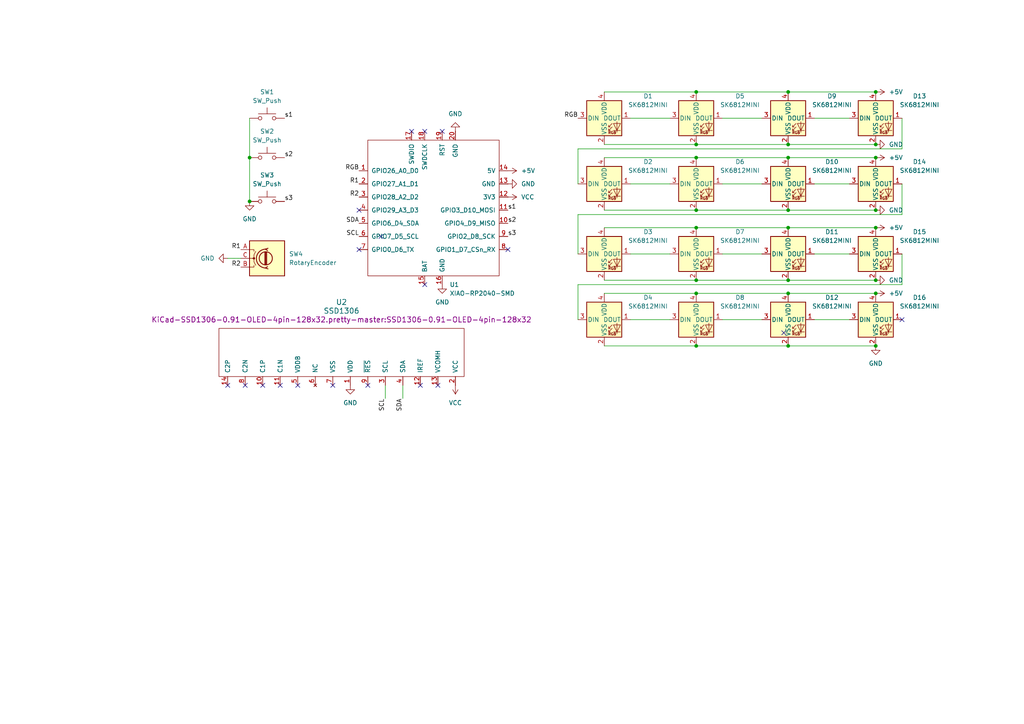
<source format=kicad_sch>
(kicad_sch (version 20250114) (generator "eeschema") (generator_version "9.0")
  (paper "A4")
  (lib_symbols
    (symbol "Device:RotaryEncoder" (pin_names (offset 0.254) (hide yes))
      (property "Reference" "SW" (at 0 6.604 0))
      (property "Value" "RotaryEncoder" (at 0 -6.604 0))
      (symbol "RotaryEncoder_0_1"
        (rectangle (start -5.08 5.08) (end 5.08 -5.08) (stroke (width 0.254)) (fill (type background)))
        (polyline (pts (xy -5.08 2.54) (xy -3.81 2.54) (xy -3.81 2.032)))
        (polyline (pts (xy -5.08 0) (xy -3.81 0) (xy -3.81 -1.016) (xy -3.302 -2.032)))
        (polyline (pts (xy -5.08 -2.54) (xy -3.81 -2.54) (xy -3.81 -2.032)))
        (polyline (pts (xy -4.318 0) (xy -3.81 0) (xy -3.81 1.016) (xy -3.302 2.032)))
        (circle (center -3.81 0) (radius 0.254) (fill (type outline)))
        (polyline (pts (xy -0.635 -1.778) (xy -0.635 1.778)) (stroke (width 0.254)))
        (circle (center -0.381 0) (radius 1.905) (stroke (width 0.254)))
        (polyline (pts (xy -0.381 -1.778) (xy -0.381 1.778)) (stroke (width 0.254)))
        (arc (start -0.381 -2.794) (mid -3.0988 -0.0635) (end -0.381 2.667) (stroke (width 0.254)))
        (polyline (pts (xy -0.127 1.778) (xy -0.127 -1.778)) (stroke (width 0.254)))
        (polyline (pts (xy 0.254 2.921) (xy -0.508 2.667) (xy 0.127 2.286)) (stroke (width 0.254)))
        (polyline (pts (xy 0.254 -3.048) (xy -0.508 -2.794) (xy 0.127 -2.413)) (stroke (width 0.254)))
      )
      (symbol "RotaryEncoder_1_1"
        (pin passive line (at -7.62 2.54 0) (length 2.54) (name "A") (number "A"))
        (pin passive line (at -7.62 0 0) (length 2.54) (name "C") (number "C"))
        (pin passive line (at -7.62 -2.54 0) (length 2.54) (name "B") (number "B"))
      )
    )
    (symbol "LED:SK6812MINI" (pin_names (offset 0.254))
      (property "Reference" "D" (at 5.08 5.715 0))
      (property "Value" "SK6812MINI" (at 1.27 -5.715 0))
      (symbol "SK6812MINI_0_0"
        (text "RGB" (at 2.286 -4.191 0) (effects (font (size 0.762 0.762))))
      )
      (symbol "SK6812MINI_0_1"
        (polyline (pts (xy 1.27 -2.54) (xy 1.778 -2.54)))
        (polyline (pts (xy 1.27 -3.556) (xy 1.778 -3.556)))
        (polyline (pts (xy 2.286 -1.524) (xy 1.27 -2.54) (xy 1.27 -2.032)))
        (polyline (pts (xy 2.286 -2.54) (xy 1.27 -3.556) (xy 1.27 -3.048)))
        (polyline (pts (xy 3.683 -1.016) (xy 3.683 -3.556) (xy 3.683 -4.064)))
        (polyline (pts (xy 4.699 -1.524) (xy 2.667 -1.524) (xy 3.683 -3.556) (xy 4.699 -1.524)))
        (polyline (pts (xy 4.699 -3.556) (xy 2.667 -3.556)))
        (rectangle (start 5.08 5.08) (end -5.08 -5.08) (stroke (width 0.254)) (fill (type background)))
      )
      (symbol "SK6812MINI_1_1"
        (pin input line (at -7.62 0 0) (length 2.54) (name "DIN") (number "3"))
        (pin power_in line (at 0 7.62 270) (length 2.54) (name "VDD") (number "4"))
        (pin power_in line (at 0 -7.62 90) (length 2.54) (name "VSS") (number "2"))
        (pin output line (at 7.62 0 180) (length 2.54) (name "DOUT") (number "1"))
      )
    )
    (symbol "OPL Lib:XIAO-RP2040-SMD" (pin_names (offset 1.016))
      (property "Reference" "U" (at -18.542 23.114 0))
      (property "Value" "XIAO-RP2040-SMD" (at -8.382 21.336 0))
      (symbol "XIAO-RP2040-SMD_0_1"
        (rectangle (start 19.05 -19.05) (end -19.05 20.32))
      )
      (symbol "XIAO-RP2040-SMD_1_1"
        (pin passive line (at -21.59 11.43 0) (length 2.54) (name "GPIO26_A0_D0") (number "1"))
        (pin passive line (at -21.59 7.62 0) (length 2.54) (name "GPIO27_A1_D1") (number "2"))
        (pin passive line (at -21.59 3.81 0) (length 2.54) (name "GPIO28_A2_D2") (number "3"))
        (pin passive line (at -21.59 0 0) (length 2.54) (name "GPIO29_A3_D3") (number "4"))
        (pin passive line (at -21.59 -3.81 0) (length 2.54) (name "GPIO6_D4_SDA") (number "5"))
        (pin passive line (at -21.59 -7.62 0) (length 2.54) (name "GPIO7_D5_SCL") (number "6"))
        (pin passive line (at -21.59 -11.43 0) (length 2.54) (name "GPIO0_D6_TX") (number "7"))
        (pin passive line (at -6.35 22.86 270) (length 2.54) (name "SWDIO") (number "17"))
        (pin passive line (at -2.54 22.86 270) (length 2.54) (name "SWDCLK") (number "18"))
        (pin passive line (at -2.54 -21.59 90) (length 2.54) (name "BAT") (number "15"))
        (pin passive line (at 2.54 22.86 270) (length 2.54) (name "RST") (number "19"))
        (pin passive line (at 2.54 -21.59 90) (length 2.54) (name "GND") (number "16"))
        (pin passive line (at 6.35 22.86 270) (length 2.54) (name "GND") (number "20"))
        (pin passive line (at 21.59 11.43 180) (length 2.54) (name "5V") (number "14"))
        (pin passive line (at 21.59 7.62 180) (length 2.54) (name "GND") (number "13"))
        (pin passive line (at 21.59 3.81 180) (length 2.54) (name "3V3") (number "12"))
        (pin passive line (at 21.59 0 180) (length 2.54) (name "GPIO3_D10_MOSI") (number "11"))
        (pin passive line (at 21.59 -3.81 180) (length 2.54) (name "GPIO4_D9_MISO") (number "10"))
        (pin passive line (at 21.59 -7.62 180) (length 2.54) (name "GPIO2_D8_SCK") (number "9"))
        (pin passive line (at 21.59 -11.43 180) (length 2.54) (name "GPIO1_D7_CSn_RX") (number "8"))
      )
    )
    (symbol "SSD1306_OLED-0.91-128x32:SSD1306" (pin_names (offset 1.016))
      (property "Reference" "U3" (at 0 24.13 0))
      (property "Value" "SSD1306" (at 0 21.59 0))
      (property "Footprint" "KiCad-SSD1306-0.91-OLED-4pin-128x32.pretty-master:SSD1306-0.91-OLED-4pin-128x32" (at 0 19.05 0))
      (symbol "SSD1306_0_1"
        (rectangle (start -35.56 16.51) (end 35.56 2.54))
      )
      (symbol "SSD1306_1_1"
        (pin input line (at -33.02 0 90) (length 2.54) (name "C2P") (number "14"))
        (pin input line (at -27.94 0 90) (length 2.54) (name "C2N") (number "8"))
        (pin input line (at -22.86 0 90) (length 2.54) (name "C1P") (number "10"))
        (pin input line (at -17.78 0 90) (length 2.54) (name "C1N") (number "11"))
        (pin input line (at -12.7 0 90) (length 2.54) (name "VDDB") (number "5"))
        (pin no_connect line (at -7.62 0 90) (length 2.54) (name "NC") (number "6"))
        (pin output line (at -2.54 0 90) (length 2.54) (name "VSS") (number "7"))
        (pin input line (at 2.54 0 90) (length 2.54) (name "VDD") (number "1"))
        (pin input line (at 7.62 0 90) (length 2.54) (name "~{RES}") (number "9"))
        (pin input line (at 12.7 0 90) (length 2.54) (name "SCL") (number "3"))
        (pin input line (at 17.78 0 90) (length 2.54) (name "SDA") (number "4"))
        (pin input line (at 22.86 0 90) (length 2.54) (name "IREF") (number "12"))
        (pin input line (at 27.94 0 90) (length 2.54) (name "VCOMH") (number "13"))
        (pin input line (at 33.02 0 90) (length 2.54) (name "VCC") (number "2"))
      )
    )
    (symbol "Switch:SW_Push" (pin_numbers (hide yes)) (pin_names (offset 1.016) (hide yes))
      (property "Reference" "SW" (at 1.27 2.54 0))
      (property "Value" "SW_Push" (at 0 -1.524 0))
      (symbol "SW_Push_0_1"
        (circle (center -2.032 0) (radius 0.508))
        (polyline (pts (xy 0 1.27) (xy 0 3.048)))
        (circle (center 2.032 0) (radius 0.508))
        (polyline (pts (xy 2.54 1.27) (xy -2.54 1.27)))
        (pin passive line (at -5.08 0 0) (length 2.54) (name "1") (number "1"))
        (pin passive line (at 5.08 0 180) (length 2.54) (name "2") (number "2"))
      )
    )
    (symbol "power:+5V" (power) (pin_numbers (hide yes)) (pin_names (offset 0) (hide yes))
      (property "Value" "+5V" (at 0 3.556 0))
      (symbol "+5V_0_1"
        (polyline (pts (xy -0.762 1.27) (xy 0 2.54)))
        (polyline (pts (xy 0 2.54) (xy 0.762 1.27)))
        (polyline (pts (xy 0 0) (xy 0 2.54)))
      )
      (symbol "+5V_1_1"
        (pin power_in line (at 0 0 90) (length 0) (name "~") (number "1"))
      )
    )
    (symbol "power:GND" (power) (pin_numbers (hide yes)) (pin_names (offset 0) (hide yes))
      (property "Value" "GND" (at 0 -3.81 0))
      (symbol "GND_0_1"
        (polyline (pts (xy 0 0) (xy 0 -1.27) (xy 1.27 -1.27) (xy 0 -2.54) (xy -1.27 -1.27) (xy 0 -1.27)))
      )
      (symbol "GND_1_1"
        (pin power_in line (at 0 0 270) (length 0) (name "~") (number "1"))
      )
    )
    (symbol "power:VCC" (power) (pin_numbers (hide yes)) (pin_names (offset 0) (hide yes))
      (property "Value" "VCC" (at 0 3.556 0))
      (symbol "VCC_0_1"
        (polyline (pts (xy -0.762 1.27) (xy 0 2.54)))
        (polyline (pts (xy 0 2.54) (xy 0.762 1.27)))
        (polyline (pts (xy 0 0) (xy 0 2.54)))
      )
      (symbol "VCC_1_1"
        (pin power_in line (at 0 0 90) (length 0) (name "~") (number "1"))
      )
    )
  )
  (junction (at 72.39 58.42))
  (junction (at 201.93 41.91))
  (junction (at 254 100.33))
  (junction (at 254 85.09))
  (junction (at 254 66.04))
  (junction (at 228.6 100.33))
  (junction (at 228.6 41.91))
  (junction (at 228.6 81.28))
  (junction (at 228.6 60.96))
  (junction (at 254 81.28))
  (junction (at 228.6 66.04))
  (junction (at 201.93 100.33))
  (junction (at 201.93 85.09))
  (junction (at 201.93 81.28))
  (junction (at 254 41.91))
  (junction (at 201.93 26.67))
  (junction (at 228.6 45.72))
  (junction (at 201.93 45.72))
  (junction (at 201.93 60.96))
  (junction (at 201.93 66.04))
  (junction (at 228.6 85.09))
  (junction (at 228.6 26.67))
  (junction (at 254 45.72))
  (junction (at 72.39 45.72))
  (junction (at 254 26.67))
  (junction (at 254 60.96))
  (no_connect (at 119.38 38.1))
  (no_connect (at 123.19 82.55))
  (no_connect (at 147.32 72.39))
  (no_connect (at 81.28 111.76))
  (no_connect (at 128.27 38.1))
  (no_connect (at 106.68 111.76))
  (no_connect (at 227.33 96.52))
  (no_connect (at 71.12 111.76))
  (no_connect (at 96.52 111.76))
  (no_connect (at 66.04 111.76))
  (no_connect (at 121.92 111.76))
  (no_connect (at 127 111.76))
  (no_connect (at 104.14 72.39))
  (no_connect (at 76.2 111.76))
  (no_connect (at 123.19 38.1))
  (no_connect (at 104.14 60.96))
  (no_connect (at 261.62 92.71))
  (no_connect (at 86.36 111.76))
  (no_connect (at 110.49 68.58))
  (wire (pts (xy 175.26 81.28) (xy 201.93 81.28)))
  (wire (pts (xy 228.6 81.28) (xy 254 81.28)))
  (wire (pts (xy 228.6 66.04) (xy 254 66.04)))
  (wire (pts (xy 201.93 66.04) (xy 228.6 66.04)))
  (wire (pts (xy 175.26 60.96) (xy 201.93 60.96)))
  (wire (pts (xy 201.93 85.09) (xy 228.6 85.09)))
  (wire (pts (xy 228.6 85.09) (xy 254 85.09)))
  (wire (pts (xy 201.93 26.67) (xy 228.6 26.67)))
  (wire (pts (xy 182.88 92.71) (xy 194.31 92.71)))
  (wire (pts (xy 228.6 26.67) (xy 254 26.67)))
  (wire (pts (xy 261.62 73.66) (xy 261.62 82.55)))
  (wire (pts (xy 209.55 73.66) (xy 220.98 73.66)))
  (wire (pts (xy 261.62 62.23) (xy 167.64 62.23)))
  (wire (pts (xy 236.22 73.66) (xy 246.38 73.66)))
  (wire (pts (xy 236.22 53.34) (xy 246.38 53.34)))
  (wire (pts (xy 201.93 45.72) (xy 228.6 45.72)))
  (wire (pts (xy 261.62 82.55) (xy 167.64 82.55)))
  (wire (pts (xy 209.55 92.71) (xy 220.98 92.71)))
  (wire (pts (xy 175.26 41.91) (xy 201.93 41.91)))
  (wire (pts (xy 201.93 41.91) (xy 228.6 41.91)))
  (wire (pts (xy 236.22 34.29) (xy 246.38 34.29)))
  (wire (pts (xy 175.26 100.33) (xy 201.93 100.33)))
  (wire (pts (xy 209.55 34.29) (xy 220.98 34.29)))
  (wire (pts (xy 72.39 45.72) (xy 72.39 58.42)))
  (wire (pts (xy 66.04 74.93) (xy 69.85 74.93)))
  (wire (pts (xy 175.26 45.72) (xy 201.93 45.72)))
  (wire (pts (xy 167.64 82.55) (xy 167.64 92.71)))
  (wire (pts (xy 201.93 60.96) (xy 228.6 60.96)))
  (wire (pts (xy 261.62 43.18) (xy 167.64 43.18)))
  (wire (pts (xy 209.55 53.34) (xy 220.98 53.34)))
  (wire (pts (xy 201.93 100.33) (xy 228.6 100.33)))
  (wire (pts (xy 228.6 45.72) (xy 254 45.72)))
  (wire (pts (xy 167.64 43.18) (xy 167.64 53.34)))
  (wire (pts (xy 182.88 53.34) (xy 194.31 53.34)))
  (wire (pts (xy 236.22 92.71) (xy 246.38 92.71)))
  (wire (pts (xy 201.93 81.28) (xy 228.6 81.28)))
  (wire (pts (xy 228.6 60.96) (xy 254 60.96)))
  (wire (pts (xy 261.62 53.34) (xy 261.62 62.23)))
  (wire (pts (xy 175.26 26.67) (xy 201.93 26.67)))
  (wire (pts (xy 228.6 41.91) (xy 254 41.91)))
  (wire (pts (xy 116.84 115.57) (xy 116.84 111.76)))
  (wire (pts (xy 228.6 100.33) (xy 254 100.33)))
  (wire (pts (xy 182.88 73.66) (xy 194.31 73.66)))
  (wire (pts (xy 72.39 34.29) (xy 72.39 45.72)))
  (wire (pts (xy 167.64 62.23) (xy 167.64 73.66)))
  (wire (pts (xy 111.76 111.76) (xy 111.76 115.57)))
  (wire (pts (xy 175.26 66.04) (xy 201.93 66.04)))
  (wire (pts (xy 182.88 34.29) (xy 194.31 34.29)))
  (wire (pts (xy 175.26 85.09) (xy 201.93 85.09)))
  (wire (pts (xy 261.62 34.29) (xy 261.62 43.18)))
  (label "s1" (at 82.55 34.29 0))
  (label "RGB" (at 104.14 49.53 180))
  (label "R2" (at 69.85 77.47 180))
  (label "" (at 167.64 34.29 0))
  (label "s2" (at 82.55 45.72 0))
  (label "R1" (at 69.85 72.39 180))
  (label "R2" (at 104.14 57.15 180))
  (label "R1" (at 104.14 53.34 180))
  (label "RGB" (at 167.64 34.29 180))
  (label "SCL" (at 104.14 68.58 180))
  (label "SCL" (at 111.76 115.57 270))
  (label "SDA" (at 104.14 64.77 180))
  (label "s2" (at 147.32 64.77 0))
  (label "" (at 69.85 72.39 0))
  (label "s1" (at 147.32 60.96 0))
  (label "s3" (at 82.55 58.42 0))
  (label "SDA" (at 116.84 115.57 270))
  (label "s3" (at 147.32 68.58 0))
  (symbol (lib_id "Switch:SW_Push") (at 77.47 58.42 0) (unit 1)
    (property "Reference" "SW3" (at 77.47 50.8 0))
    (property "Value" "SW_Push" (at 77.47 53.34 0))
    (property "Footprint" "Button_Switch_Keyboard:SW_Cherry_MX_1.00u_PCB" (effects (hide yes)))
    (property "Description" "Push button switch, generic, two pins" (effects (hide yes)))
  )
  (symbol (lib_id "LED:SK6812MINI") (at 201.93 53.34 0) (unit 1)
    (property "Reference" "D6" (at 214.63 46.9198 0))
    (property "Value" "SK6812MINI" (at 214.63 49.4598 0))
    (property "Footprint" "LED_SMD:LED_SK6812MINI_PLCC4_3.5x3.5mm_P1.75mm" (effects (hide yes)))
    (property "Datasheet" "https://cdn-shop.adafruit.com/product-files/2686/SK6812MINI_REV.01-1-2.pdf" (effects (hide yes)))
    (property "Description" "RGB LED with integrated controller" (effects (hide yes)))
  )
  (symbol (lib_id "power:GND") (at 101.6 111.76 0) (unit 1)
    (property "Reference" "#PWR08" (effects (hide yes)))
    (property "Value" "GND" (at 101.6 116.84 0))
    (property "Description" "Power symbol creates a global label with name \"GND\" , ground" (effects (hide yes)))
  )
  (symbol (lib_id "LED:SK6812MINI") (at 254 73.66 0) (unit 1)
    (property "Reference" "D15" (at 266.7 67.2398 0))
    (property "Value" "SK6812MINI" (at 266.7 69.7798 0))
    (property "Footprint" "LED_SMD:LED_SK6812MINI_PLCC4_3.5x3.5mm_P1.75mm" (effects (hide yes)))
    (property "Datasheet" "https://cdn-shop.adafruit.com/product-files/2686/SK6812MINI_REV.01-1-2.pdf" (effects (hide yes)))
    (property "Description" "RGB LED with integrated controller" (effects (hide yes)))
  )
  (symbol (lib_id "power:+5V") (at 254 45.72 270) (unit 1)
    (property "Reference" "#PWR011" (effects (hide yes)))
    (property "Value" "+5V" (at 257.81 45.7199 90) (effects (justify left)))
    (property "Description" "Power symbol creates a global label with name \"+5V\"" (effects (hide yes)))
  )
  (symbol (lib_id "LED:SK6812MINI") (at 201.93 92.71 0) (unit 1)
    (property "Reference" "D8" (at 214.63 86.2898 0))
    (property "Value" "SK6812MINI" (at 214.63 88.8298 0))
    (property "Footprint" "LED_SMD:LED_SK6812MINI_PLCC4_3.5x3.5mm_P1.75mm" (effects (hide yes)))
    (property "Datasheet" "https://cdn-shop.adafruit.com/product-files/2686/SK6812MINI_REV.01-1-2.pdf" (effects (hide yes)))
    (property "Description" "RGB LED with integrated controller" (effects (hide yes)))
  )
  (symbol (lib_id "power:GND") (at 66.04 74.93 270) (unit 1)
    (property "Reference" "#PWR013" (effects (hide yes)))
    (property "Value" "GND" (at 62.23 74.9299 90) (effects (justify right)))
    (property "Description" "Power symbol creates a global label with name \"GND\" , ground" (effects (hide yes)))
  )
  (symbol (lib_id "power:+5V") (at 254 26.67 270) (unit 1)
    (property "Reference" "#PWR014" (effects (hide yes)))
    (property "Value" "+5V" (at 257.81 26.6699 90) (effects (justify left)))
    (property "Description" "Power symbol creates a global label with name \"+5V\"" (effects (hide yes)))
  )
  (symbol (lib_id "power:GND") (at 72.39 58.42 0) (unit 1)
    (property "Reference" "#PWR01" (effects (hide yes)))
    (property "Value" "GND" (at 72.39 63.5 0))
    (property "Description" "Power symbol creates a global label with name \"GND\" , ground" (effects (hide yes)))
  )
  (symbol (lib_id "power:GND") (at 254 41.91 90) (unit 1)
    (property "Reference" "#PWR017" (effects (hide yes)))
    (property "Value" "GND" (at 257.81 41.9099 90) (effects (justify right)))
    (property "Description" "Power symbol creates a global label with name \"GND\" , ground" (effects (hide yes)))
  )
  (symbol (lib_id "power:+5V") (at 254 85.09 270) (unit 1)
    (property "Reference" "#PWR06" (effects (hide yes)))
    (property "Value" "+5V" (at 257.81 85.0899 90) (effects (justify left)))
    (property "Description" "Power symbol creates a global label with name \"+5V\"" (effects (hide yes)))
  )
  (symbol (lib_id "power:GND") (at 128.27 82.55 0) (unit 1)
    (property "Reference" "#PWR04" (effects (hide yes)))
    (property "Value" "GND" (at 128.27 87.63 0))
    (property "Description" "Power symbol creates a global label with name \"GND\" , ground" (effects (hide yes)))
  )
  (symbol (lib_id "LED:SK6812MINI") (at 175.26 92.71 0) (unit 1)
    (property "Reference" "D4" (at 187.96 86.2898 0))
    (property "Value" "SK6812MINI" (at 187.96 88.8298 0))
    (property "Footprint" "LED_SMD:LED_SK6812MINI_PLCC4_3.5x3.5mm_P1.75mm" (effects (hide yes)))
    (property "Datasheet" "https://cdn-shop.adafruit.com/product-files/2686/SK6812MINI_REV.01-1-2.pdf" (effects (hide yes)))
    (property "Description" "RGB LED with integrated controller" (effects (hide yes)))
  )
  (symbol (lib_id "LED:SK6812MINI") (at 175.26 34.29 0) (unit 1)
    (property "Reference" "D1" (at 187.96 27.8698 0))
    (property "Value" "SK6812MINI" (at 187.96 30.4098 0))
    (property "Footprint" "LED_SMD:LED_SK6812MINI_PLCC4_3.5x3.5mm_P1.75mm" (effects (hide yes)))
    (property "Datasheet" "https://cdn-shop.adafruit.com/product-files/2686/SK6812MINI_REV.01-1-2.pdf" (effects (hide yes)))
    (property "Description" "RGB LED with integrated controller" (effects (hide yes)))
  )
  (symbol (lib_id "power:GND") (at 254 60.96 90) (unit 1)
    (property "Reference" "#PWR016" (effects (hide yes)))
    (property "Value" "GND" (at 257.81 60.9599 90) (effects (justify right)))
    (property "Description" "Power symbol creates a global label with name \"GND\" , ground" (effects (hide yes)))
  )
  (symbol (lib_id "Device:RotaryEncoder") (at 77.47 74.93 0) (unit 1)
    (property "Reference" "SW4" (at 83.82 73.6599 0) (effects (justify left)))
    (property "Value" "RotaryEncoder" (at 83.82 76.1999 0) (effects (justify left)))
    (property "Footprint" "Rotary_Encoder:RotaryEncoder_Alps_EC11E-Switch_Vertical_H20mm" (effects (hide yes)))
    (property "Description" "Rotary encoder, dual channel, incremental quadrate outputs" (effects (hide yes)))
  )
  (symbol (lib_id "LED:SK6812MINI") (at 254 34.29 0) (unit 1)
    (property "Reference" "D13" (at 266.7 27.8698 0))
    (property "Value" "SK6812MINI" (at 266.7 30.4098 0))
    (property "Footprint" "LED_SMD:LED_SK6812MINI_PLCC4_3.5x3.5mm_P1.75mm" (effects (hide yes)))
    (property "Datasheet" "https://cdn-shop.adafruit.com/product-files/2686/SK6812MINI_REV.01-1-2.pdf" (effects (hide yes)))
    (property "Description" "RGB LED with integrated controller" (effects (hide yes)))
  )
  (symbol (lib_id "LED:SK6812MINI") (at 228.6 73.66 0) (unit 1)
    (property "Reference" "D11" (at 241.3 67.2398 0))
    (property "Value" "SK6812MINI" (at 241.3 69.7798 0))
    (property "Footprint" "LED_SMD:LED_SK6812MINI_PLCC4_3.5x3.5mm_P1.75mm" (effects (hide yes)))
    (property "Datasheet" "https://cdn-shop.adafruit.com/product-files/2686/SK6812MINI_REV.01-1-2.pdf" (effects (hide yes)))
    (property "Description" "RGB LED with integrated controller" (effects (hide yes)))
  )
  (symbol (lib_id "power:GND") (at 254 100.33 0) (unit 1)
    (property "Reference" "#PWR05" (effects (hide yes)))
    (property "Value" "GND" (at 254 105.41 0))
    (property "Description" "Power symbol creates a global label with name \"GND\" , ground" (effects (hide yes)))
  )
  (symbol (lib_id "power:VCC") (at 132.08 111.76 180) (unit 1)
    (property "Reference" "#PWR010" (effects (hide yes)))
    (property "Value" "VCC" (at 132.08 116.84 0))
    (property "Description" "Power symbol creates a global label with name \"VCC\"" (effects (hide yes)))
  )
  (symbol (lib_id "LED:SK6812MINI") (at 201.93 73.66 0) (unit 1)
    (property "Reference" "D7" (at 214.63 67.2398 0))
    (property "Value" "SK6812MINI" (at 214.63 69.7798 0))
    (property "Footprint" "LED_SMD:LED_SK6812MINI_PLCC4_3.5x3.5mm_P1.75mm" (effects (hide yes)))
    (property "Datasheet" "https://cdn-shop.adafruit.com/product-files/2686/SK6812MINI_REV.01-1-2.pdf" (effects (hide yes)))
    (property "Description" "RGB LED with integrated controller" (effects (hide yes)))
  )
  (symbol (lib_id "LED:SK6812MINI") (at 175.26 73.66 0) (unit 1)
    (property "Reference" "D3" (at 187.96 67.2398 0))
    (property "Value" "SK6812MINI" (at 187.96 69.7798 0))
    (property "Footprint" "LED_SMD:LED_SK6812MINI_PLCC4_3.5x3.5mm_P1.75mm" (effects (hide yes)))
    (property "Datasheet" "https://cdn-shop.adafruit.com/product-files/2686/SK6812MINI_REV.01-1-2.pdf" (effects (hide yes)))
    (property "Description" "RGB LED with integrated controller" (effects (hide yes)))
  )
  (symbol (lib_id "power:VCC") (at 147.32 57.15 270) (unit 1)
    (property "Reference" "#PWR012" (effects (hide yes)))
    (property "Value" "VCC" (at 151.13 57.1499 90) (effects (justify left)))
    (property "Description" "Power symbol creates a global label with name \"VCC\"" (effects (hide yes)))
  )
  (symbol (lib_id "power:GND") (at 147.32 53.34 90) (unit 1)
    (property "Reference" "#PWR03" (effects (hide yes)))
    (property "Value" "GND" (at 151.13 53.3399 90) (effects (justify right)))
    (property "Description" "Power symbol creates a global label with name \"GND\" , ground" (effects (hide yes)))
  )
  (symbol (lib_id "LED:SK6812MINI") (at 228.6 53.34 0) (unit 1)
    (property "Reference" "D10" (at 241.3 46.9198 0))
    (property "Value" "SK6812MINI" (at 241.3 49.4598 0))
    (property "Footprint" "LED_SMD:LED_SK6812MINI_PLCC4_3.5x3.5mm_P1.75mm" (effects (hide yes)))
    (property "Datasheet" "https://cdn-shop.adafruit.com/product-files/2686/SK6812MINI_REV.01-1-2.pdf" (effects (hide yes)))
    (property "Description" "RGB LED with integrated controller" (effects (hide yes)))
  )
  (symbol (lib_id "LED:SK6812MINI") (at 254 53.34 0) (unit 1)
    (property "Reference" "D14" (at 266.7 46.9198 0))
    (property "Value" "SK6812MINI" (at 266.7 49.4598 0))
    (property "Footprint" "LED_SMD:LED_SK6812MINI_PLCC4_3.5x3.5mm_P1.75mm" (effects (hide yes)))
    (property "Datasheet" "https://cdn-shop.adafruit.com/product-files/2686/SK6812MINI_REV.01-1-2.pdf" (effects (hide yes)))
    (property "Description" "RGB LED with integrated controller" (effects (hide yes)))
  )
  (symbol (lib_id "LED:SK6812MINI") (at 201.93 34.29 0) (unit 1)
    (property "Reference" "D5" (at 214.63 27.8698 0))
    (property "Value" "SK6812MINI" (at 214.63 30.4098 0))
    (property "Footprint" "LED_SMD:LED_SK6812MINI_PLCC4_3.5x3.5mm_P1.75mm" (effects (hide yes)))
    (property "Datasheet" "https://cdn-shop.adafruit.com/product-files/2686/SK6812MINI_REV.01-1-2.pdf" (effects (hide yes)))
    (property "Description" "RGB LED with integrated controller" (effects (hide yes)))
  )
  (symbol (lib_id "LED:SK6812MINI") (at 254 92.71 0) (unit 1)
    (property "Reference" "D16" (at 266.7 86.2898 0))
    (property "Value" "SK6812MINI" (at 266.7 88.8298 0))
    (property "Footprint" "LED_SMD:LED_SK6812MINI_PLCC4_3.5x3.5mm_P1.75mm" (effects (hide yes)))
    (property "Datasheet" "https://cdn-shop.adafruit.com/product-files/2686/SK6812MINI_REV.01-1-2.pdf" (effects (hide yes)))
    (property "Description" "RGB LED with integrated controller" (effects (hide yes)))
  )
  (symbol (lib_id "LED:SK6812MINI") (at 228.6 34.29 0) (unit 1)
    (property "Reference" "D9" (at 241.3 27.8698 0))
    (property "Value" "SK6812MINI" (at 241.3 30.4098 0))
    (property "Footprint" "LED_SMD:LED_SK6812MINI_PLCC4_3.5x3.5mm_P1.75mm" (effects (hide yes)))
    (property "Datasheet" "https://cdn-shop.adafruit.com/product-files/2686/SK6812MINI_REV.01-1-2.pdf" (effects (hide yes)))
    (property "Description" "RGB LED with integrated controller" (effects (hide yes)))
  )
  (symbol (lib_id "power:+5V") (at 147.32 49.53 270) (unit 1)
    (property "Reference" "#PWR07" (effects (hide yes)))
    (property "Value" "+5V" (at 151.13 49.5299 90) (effects (justify left)))
    (property "Description" "Power symbol creates a global label with name \"+5V\"" (effects (hide yes)))
  )
  (symbol (lib_id "power:+5V") (at 254 66.04 270) (unit 1)
    (property "Reference" "#PWR09" (effects (hide yes)))
    (property "Value" "+5V" (at 257.81 66.0399 90) (effects (justify left)))
    (property "Description" "Power symbol creates a global label with name \"+5V\"" (effects (hide yes)))
  )
  (symbol (lib_id "Switch:SW_Push") (at 77.47 45.72 0) (unit 1)
    (property "Reference" "SW2" (at 77.47 38.1 0))
    (property "Value" "SW_Push" (at 77.47 40.64 0))
    (property "Footprint" "Button_Switch_Keyboard:SW_Cherry_MX_1.00u_PCB" (effects (hide yes)))
    (property "Description" "Push button switch, generic, two pins" (effects (hide yes)))
  )
  (symbol (lib_id "Switch:SW_Push") (at 77.47 34.29 0) (unit 1)
    (property "Reference" "SW1" (at 77.47 26.67 0))
    (property "Value" "SW_Push" (at 77.47 29.21 0))
    (property "Footprint" "Button_Switch_Keyboard:SW_Cherry_MX_1.00u_PCB" (effects (hide yes)))
    (property "Description" "Push button switch, generic, two pins" (effects (hide yes)))
  )
  (symbol (lib_id "OPL Lib:XIAO-RP2040-SMD") (at 125.73 60.96 0) (unit 1)
    (property "Reference" "U1" (at 130.4133 82.55 0) (effects (justify left)))
    (property "Value" "XIAO-RP2040-SMD" (at 130.4133 85.09 0) (effects (justify left)))
    (property "Footprint" "OPL Lib:XIAO-RP2040-SMD" (effects (hide yes)))
  )
  (symbol (lib_id "LED:SK6812MINI") (at 175.26 53.34 0) (unit 1)
    (property "Reference" "D2" (at 187.96 46.9198 0))
    (property "Value" "SK6812MINI" (at 187.96 49.4598 0))
    (property "Footprint" "LED_SMD:LED_SK6812MINI_PLCC4_3.5x3.5mm_P1.75mm" (effects (hide yes)))
    (property "Datasheet" "https://cdn-shop.adafruit.com/product-files/2686/SK6812MINI_REV.01-1-2.pdf" (effects (hide yes)))
    (property "Description" "RGB LED with integrated controller" (effects (hide yes)))
  )
  (symbol (lib_id "power:GND") (at 254 81.28 90) (unit 1)
    (property "Reference" "#PWR015" (effects (hide yes)))
    (property "Value" "GND" (at 257.81 81.2799 90) (effects (justify right)))
    (property "Description" "Power symbol creates a global label with name \"GND\" , ground" (effects (hide yes)))
  )
  (symbol (lib_id "SSD1306_OLED-0.91-128x32:SSD1306") (at 99.06 111.76 0) (unit 1)
    (property "Reference" "U2" (at 99.06 87.63 0) (effects (font (size 1.524 1.524))))
    (property "Value" "SSD1306" (at 99.06 90.17 0) (effects (font (size 1.524 1.524))))
    (property "Footprint" "KiCad-SSD1306-0.91-OLED-4pin-128x32.pretty-master:SSD1306-0.91-OLED-4pin-128x32" (at 99.06 92.71 0) (effects (font (size 1.524 1.524))))
  )
  (symbol (lib_id "power:GND") (at 132.08 38.1 180) (unit 1)
    (property "Reference" "#PWR02" (effects (hide yes)))
    (property "Value" "GND" (at 132.08 33.02 0))
    (property "Description" "Power symbol creates a global label with name \"GND\" , ground" (effects (hide yes)))
  )
  (symbol (lib_id "LED:SK6812MINI") (at 228.6 92.71 0) (unit 1)
    (property "Reference" "D12" (at 241.3 86.2898 0))
    (property "Value" "SK6812MINI" (at 241.3 88.8298 0))
    (property "Footprint" "LED_SMD:LED_SK6812MINI_PLCC4_3.5x3.5mm_P1.75mm" (effects (hide yes)))
    (property "Datasheet" "https://cdn-shop.adafruit.com/product-files/2686/SK6812MINI_REV.01-1-2.pdf" (effects (hide yes)))
    (property "Description" "RGB LED with integrated controller" (effects (hide yes)))
  )
)
</source>
